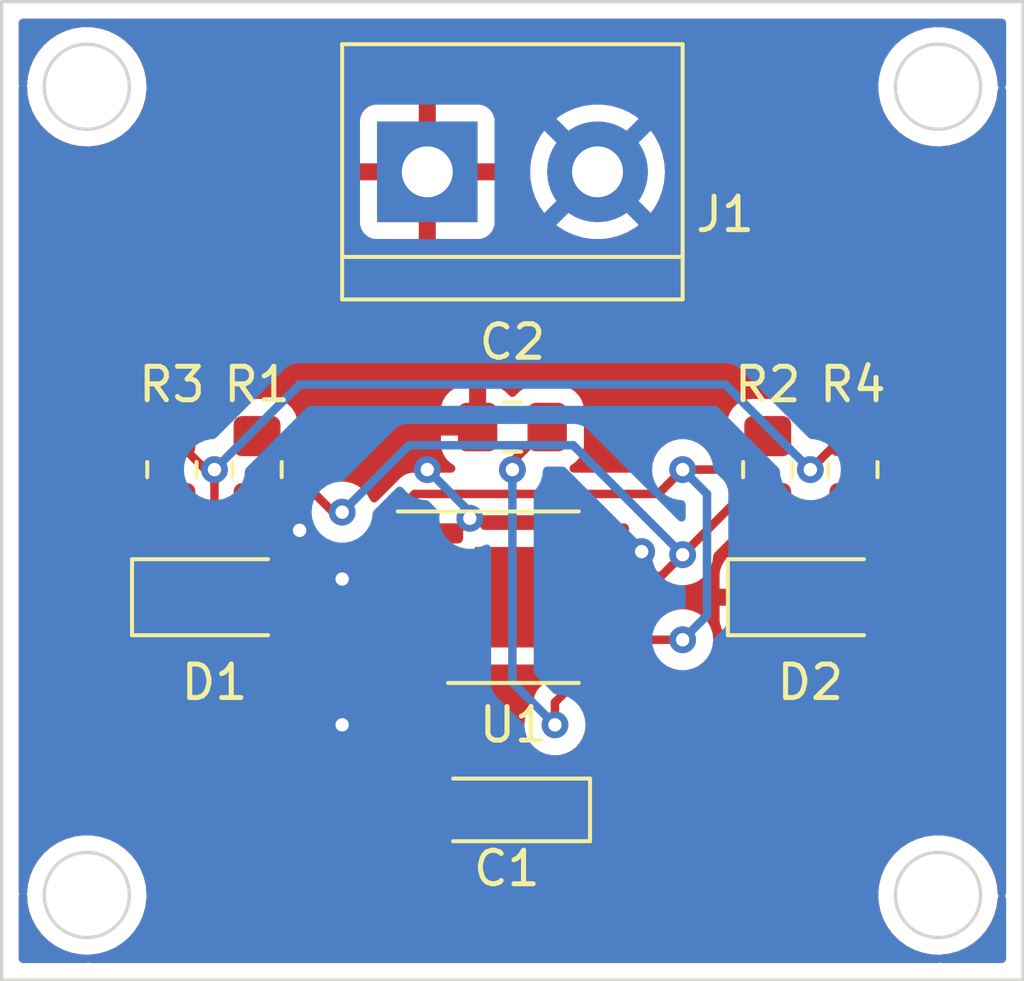
<source format=kicad_pcb>
(kicad_pcb (version 20211014) (generator pcbnew)
  (layers (0 "F.Cu" signal) (31 "B.Cu" signal) (34 "B.Paste" user) (35 "F.Paste" user) (36 "B.SilkS" user "B.Silkscreen") (37 "F.SilkS" user "F.Silkscreen") (38 "B.Mask" user) (39 "F.Mask" user) (44 "Edge.Cuts" user))
  (net 0 "")
  (net 1 "U1 Pin 2")
  (net 2 "GND")
  (net 3 "Net-(C2-Pad1)")
  (net 4 "Net-(D1-Pad1)")
  (net 5 "+9V")
  (net 6 "Net-(R1-Pad2)")
  (net 7 "U1 Pin 3")
  (net 8 "Net-(D2-Pad2)")
  (footprint "LED_SMD:LED_1206_3216Metric_Pad1.42x1.75mm_HandSolder" (layer "F.Cu") (at 166.37 93.98)
    (fp_text reference "D2" (at 0 2.54) (layer "F.SilkS"))
    (fp_text value "LED")
    (fp_line (start 1.6 -1.135) (end -2.46 -1.135) (layer "F.SilkS") (width 0.12))
    (fp_line (start -2.46 1.135) (end 1.6 1.135) (layer "F.SilkS") (width 0.12))
    (fp_line (start -2.46 -1.135) (end -2.46 1.135) (layer "F.SilkS") (width 0.12))
    (pad "1" smd roundrect (at -1.4875 0) (size 1.425 1.75) (layers "F.Cu" "F.Paste" "F.Mask") (roundrect_rratio 0.175439) (net 2 "GND"))
    (pad "2" smd roundrect (at 1.4875 0) (size 1.425 1.75) (layers "F.Cu" "F.Paste" "F.Mask") (roundrect_rratio 0.175439) (net 8 "Net-(D2-Pad2)"))
  )
  (footprint "Resistor_SMD:R_0805_2012Metric_Pad1.20x1.40mm_HandSolder" (layer "F.Cu") (at 167.64 90.17 -90)
    (fp_text reference "R4" (at -2.54 0 180) (layer "F.SilkS"))
    (fp_text value "1K")
    (fp_line (start -0.227064 0.735) (end 0.227064 0.735) (layer "F.SilkS") (width 0.12))
    (fp_line (start -0.227064 -0.735) (end 0.227064 -0.735) (layer "F.SilkS") (width 0.12))
    (pad "1" smd roundrect (at -1 0 270) (size 1.2 1.4) (layers "F.Cu" "F.Paste" "F.Mask") (roundrect_rratio 0.208333) (net 7 "U1 Pin 3"))
    (pad "2" smd roundrect (at 1 0 270) (size 1.2 1.4) (layers "F.Cu" "F.Paste" "F.Mask") (roundrect_rratio 0.208333) (net 8 "Net-(D2-Pad2)"))
  )
  (footprint "Resistor_SMD:R_0805_2012Metric_Pad1.20x1.40mm_HandSolder" (layer "F.Cu") (at 147.32 90.17 90)
    (fp_text reference "R3" (at 2.54 0 180) (layer "F.SilkS"))
    (fp_text value "1K")
    (fp_line (start -0.227064 -0.735) (end 0.227064 -0.735) (layer "F.SilkS") (width 0.12))
    (fp_line (start -0.227064 0.735) (end 0.227064 0.735) (layer "F.SilkS") (width 0.12))
    (pad "1" smd roundrect (at -1 0 90) (size 1.2 1.4) (layers "F.Cu" "F.Paste" "F.Mask") (roundrect_rratio 0.208333) (net 4 "Net-(D1-Pad1)"))
    (pad "2" smd roundrect (at 1 0 90) (size 1.2 1.4) (layers "F.Cu" "F.Paste" "F.Mask") (roundrect_rratio 0.208333) (net 7 "U1 Pin 3"))
  )
  (footprint "Resistor_SMD:R_0805_2012Metric_Pad1.20x1.40mm_HandSolder" (layer "F.Cu") (at 149.86 90.17 90)
    (fp_text reference "R1" (at 2.54 0 180) (layer "F.SilkS"))
    (fp_text value "1K")
    (fp_line (start -0.227064 -0.735) (end 0.227064 -0.735) (layer "F.SilkS") (width 0.12))
    (fp_line (start -0.227064 0.735) (end 0.227064 0.735) (layer "F.SilkS") (width 0.12))
    (pad "1" smd roundrect (at -1 0 90) (size 1.2 1.4) (layers "F.Cu" "F.Paste" "F.Mask") (roundrect_rratio 0.208333) (net 5 "+9V"))
    (pad "2" smd roundrect (at 1 0 90) (size 1.2 1.4) (layers "F.Cu" "F.Paste" "F.Mask") (roundrect_rratio 0.208333) (net 6 "Net-(R1-Pad2)"))
  )
  (footprint "Capacitor_SMD:C_0805_2012Metric_Pad1.18x1.45mm_HandSolder" (layer "F.Cu") (at 157.48 88.9 180)
    (fp_text reference "C2" (at 0 2.54) (layer "F.SilkS"))
    (fp_text value "0.01uF")
    (fp_line (start -0.261252 -0.735) (end 0.261252 -0.735) (layer "F.SilkS") (width 0.12))
    (fp_line (start -0.261252 0.735) (end 0.261252 0.735) (layer "F.SilkS") (width 0.12))
    (pad "1" smd roundrect (at -1.0375 0 180) (size 1.175 1.45) (layers "F.Cu" "F.Paste" "F.Mask") (roundrect_rratio 0.212766) (net 3 "Net-(C2-Pad1)"))
    (pad "2" smd roundrect (at 1.0375 0 180) (size 1.175 1.45) (layers "F.Cu" "F.Paste" "F.Mask") (roundrect_rratio 0.212766) (net 2 "GND"))
  )
  (footprint "Capacitor_Tantalum_SMD:CP_EIA-3216-18_Kemet-A_Pad1.58x1.35mm_HandSolder" (layer "F.Cu") (at 157.3125 100.33 180)
    (fp_text reference "C1" (at 0 -1.75) (layer "F.SilkS"))
    (fp_text value "10uF")
    (fp_line (start -2.485 0.935) (end 1.6 0.935) (layer "F.SilkS") (width 0.12))
    (fp_line (start -2.485 -0.935) (end -2.485 0.935) (layer "F.SilkS") (width 0.12))
    (fp_line (start 1.6 -0.935) (end -2.485 -0.935) (layer "F.SilkS") (width 0.12))
    (pad "1" smd roundrect (at -1.4375 0 180) (size 1.575 1.35) (layers "F.Cu" "F.Paste" "F.Mask") (roundrect_rratio 0.185185) (net 1 "U1 Pin 2"))
    (pad "2" smd roundrect (at 1.4375 0 180) (size 1.575 1.35) (layers "F.Cu" "F.Paste" "F.Mask") (roundrect_rratio 0.185185) (net 2 "GND"))
  )
  (footprint "Package_SO:SOIC-8-1EP_3.9x4.9mm_P1.27mm_EP2.29x3mm" (layer "F.Cu") (at 157.51 93.98)
    (fp_text reference "U1" (at 0 3.81) (layer "F.SilkS"))
    (fp_text value "NE555D")
    (fp_line (start 0 2.56) (end -1.95 2.56) (layer "F.SilkS") (width 0.12))
    (fp_line (start 0 -2.56) (end -3.45 -2.56) (layer "F.SilkS") (width 0.12))
    (fp_line (start 0 -2.56) (end 1.95 -2.56) (layer "F.SilkS") (width 0.12))
    (fp_line (start 0 2.56) (end 1.95 2.56) (layer "F.SilkS") (width 0.12))
    (pad "1" smd roundrect (at -2.475 -1.905) (size 1.95 0.6) (layers "F.Cu" "F.Paste" "F.Mask") (net 2 "GND"))
    (pad "2" smd roundrect (at -2.475 -0.635) (size 1.95 0.6) (layers "F.Cu" "F.Paste" "F.Mask") (net 1 "U1 Pin 2"))
    (pad "3" smd roundrect (at -2.475 0.635) (size 1.95 0.6) (layers "F.Cu" "F.Paste" "F.Mask") (net 7 "U1 Pin 3"))
    (pad "4" smd roundrect (at -2.475 1.905) (size 1.95 0.6) (layers "F.Cu" "F.Paste" "F.Mask") (net 5 "+9V"))
    (pad "5" smd roundrect (at 2.475 1.905) (size 1.95 0.6) (layers "F.Cu" "F.Paste" "F.Mask") (net 3 "Net-(C2-Pad1)"))
    (pad "6" smd roundrect (at 2.475 0.635) (size 1.95 0.6) (layers "F.Cu" "F.Paste" "F.Mask") (net 1 "U1 Pin 2"))
    (pad "7" smd roundrect (at 2.475 -0.635) (size 1.95 0.6) (layers "F.Cu" "F.Paste" "F.Mask") (net 6 "Net-(R1-Pad2)"))
    (pad "8" smd roundrect (at 2.475 -1.905) (size 1.95 0.6) (layers "F.Cu" "F.Paste" "F.Mask") (net 5 "+9V"))
    (pad "9" smd rect (at 0 0) (size 2.29 3) (layers "F.Cu" "F.Mask"))
  )
  (footprint "Resistor_SMD:R_0805_2012Metric_Pad1.20x1.40mm_HandSolder" (layer "F.Cu") (at 165.1 90.17 90)
    (fp_text reference "R2" (at 2.54 0 180) (layer "F.SilkS"))
    (fp_text value "10K")
    (fp_line (start -0.227064 0.735) (end 0.227064 0.735) (layer "F.SilkS") (width 0.12))
    (fp_line (start -0.227064 -0.735) (end 0.227064 -0.735) (layer "F.SilkS") (width 0.12))
    (pad "1" smd roundrect (at -1 0 90) (size 1.2 1.4) (layers "F.Cu" "F.Paste" "F.Mask") (roundrect_rratio 0.208333) (net 6 "Net-(R1-Pad2)"))
    (pad "2" smd roundrect (at 1 0 90) (size 1.2 1.4) (layers "F.Cu" "F.Paste" "F.Mask") (roundrect_rratio 0.208333) (net 1 "U1 Pin 2"))
  )
  (footprint "TerminalBlock:TerminalBlock_bornier-2_P5.08mm" (layer "F.Cu") (at 154.94 81.28)
    (fp_text reference "J1" (at 8.89 1.27) (layer "F.SilkS"))
    (fp_text value "Conn_01x02_Male")
    (fp_line (start 7.62 -3.81) (end -2.54 -3.81) (layer "F.SilkS") (width 0.12))
    (fp_line (start 7.62 2.54) (end -2.54 2.54) (layer "F.SilkS") (width 0.12))
    (fp_line (start -2.54 -3.81) (end -2.54 3.81) (layer "F.SilkS") (width 0.12))
    (fp_line (start 7.62 3.81) (end 7.62 -3.81) (layer "F.SilkS") (width 0.12))
    (fp_line (start -2.54 3.81) (end 7.62 3.81) (layer "F.SilkS") (width 0.12))
    (pad "1" thru_hole rect (at 0 0) (size 3 3) (drill 1.52) (layers *.Cu *.Mask) (net 2 "GND"))
    (pad "2" thru_hole circle (at 5.08 0) (size 3 3) (drill 1.52) (layers *.Cu *.Mask) (net 5 "+9V"))
  )
  (footprint "LED_SMD:LED_1206_3216Metric_Pad1.42x1.75mm_HandSolder" (layer "F.Cu") (at 148.59 93.98)
    (fp_text reference "D1" (at 0 2.54) (layer "F.SilkS"))
    (fp_text value "LED")
    (fp_line (start 1.6 -1.135) (end -2.46 -1.135) (layer "F.SilkS") (width 0.12))
    (fp_line (start -2.46 1.135) (end 1.6 1.135) (layer "F.SilkS") (width 0.12))
    (fp_line (start -2.46 -1.135) (end -2.46 1.135) (layer "F.SilkS") (width 0.12))
    (pad "1" smd roundrect (at -1.4875 0) (size 1.425 1.75) (layers "F.Cu" "F.Paste" "F.Mask") (roundrect_rratio 0.175439) (net 4 "Net-(D1-Pad1)"))
    (pad "2" smd roundrect (at 1.4875 0) (size 1.425 1.75) (layers "F.Cu" "F.Paste" "F.Mask") (roundrect_rratio 0.175439) (net 5 "+9V"))
  )
  (gr_rect (start 142.24 76.2) (end 172.72 105.41) (layer "Edge.Cuts") (width 0.1) (fill none))
  (gr_circle (center 170.18 78.74) (end 168.91 78.74) (layer "Edge.Cuts") (width 0.1) (fill none))
  (gr_circle (center 144.78 102.87) (end 143.51 102.87) (layer "Edge.Cuts") (width 0.1) (fill none))
  (gr_circle (center 170.18 102.87) (end 171.45 102.87) (layer "Edge.Cuts") (width 0.1) (fill none))
  (gr_circle (center 144.78 78.74) (end 143.51 78.74) (layer "Edge.Cuts") (width 0.1) (fill none))
  (segment (start 164.1 90.17) (end 165.1 89.17) (width 0.254) (layer "F.Cu") (net 1))
  (segment (start 161.29 97.79) (end 158.75 100.33) (width 0.254) (layer "F.Cu") (net 1))
  (segment (start 161.58042 95.25) (end 162.56 95.25) (width 0.254) (layer "F.Cu") (net 1))
  (segment (start 159.985 94.615) (end 160.36458 94.615) (width 0.254) (layer "F.Cu") (net 1))
  (segment (start 154.56342 90.897) (end 153.67 91.79042) (width 0.254) (layer "F.Cu") (net 1))
  (segment (start 160.36458 94.615) (end 161.29 95.54042) (width 0.254) (layer "F.Cu") (net 1))
  (segment (start 154.027472 93.345) (end 155.035 93.345) (width 0.254) (layer "F.Cu") (net 1))
  (segment (start 153.67 92.987528) (end 154.027472 93.345) (width 0.254) (layer "F.Cu") (net 1))
  (segment (start 153.67 91.79042) (end 153.67 92.987528) (width 0.254) (layer "F.Cu") (net 1))
  (segment (start 162.56 90.17) (end 161.833 90.897) (width 0.254) (layer "F.Cu") (net 1))
  (segment (start 161.29 95.54042) (end 161.58042 95.25) (width 0.254) (layer "F.Cu") (net 1))
  (segment (start 161.29 95.54042) (end 161.29 97.79) (width 0.254) (layer "F.Cu") (net 1))
  (segment (start 162.56 90.17) (end 164.1 90.17) (width 0.254) (layer "F.Cu") (net 1))
  (segment (start 161.833 90.897) (end 154.56342 90.897) (width 0.254) (layer "F.Cu") (net 1))
  (via (at 162.56 95.25) (size 0.8) (drill 0.4) (layers "F.Cu" "B.Cu") (net 1))
  (via (at 162.56 90.17) (size 0.8) (drill 0.4) (layers "F.Cu" "B.Cu") (net 1))
  (segment (start 163.287 90.897) (end 162.56 90.17) (width 0.254) (layer "B.Cu") (net 1))
  (segment (start 163.287 94.523) (end 163.287 90.897) (width 0.254) (layer "B.Cu") (net 1))
  (segment (start 162.56 95.25) (end 163.287 94.523) (width 0.254) (layer "B.Cu") (net 1))
  (segment (start 155.035 92.075) (end 155.7585 92.075) (width 0.254) (layer "F.Cu") (net 2))
  (segment (start 155.7585 92.075) (end 156.21 91.6235) (width 0.254) (layer "F.Cu") (net 2))
  (via (at 154.94 90.17) (size 0.8) (drill 0.4) (layers "F.Cu" "B.Cu") (net 2))
  (via (at 156.21 91.6235) (size 0.8) (drill 0.4) (layers "F.Cu" "B.Cu") (net 2))
  (segment (start 156.21 91.44) (end 154.94 90.17) (width 0.254) (layer "B.Cu") (net 2))
  (segment (start 156.21 91.6235) (end 156.21 91.44) (width 0.254) (layer "B.Cu") (net 2))
  (segment (start 157.48 89.9375) (end 158.5175 88.9) (width 0.254) (layer "F.Cu") (net 3))
  (segment (start 158.75 97.79) (end 158.75 97.12) (width 0.254) (layer "F.Cu") (net 3))
  (segment (start 157.48 90.1705) (end 157.48 89.9375) (width 0.254) (layer "F.Cu") (net 3))
  (segment (start 158.75 97.12) (end 159.985 95.885) (width 0.254) (layer "F.Cu") (net 3))
  (via (at 158.75 97.79) (size 0.8) (drill 0.4) (layers "F.Cu" "B.Cu") (net 3))
  (via (at 157.48 90.1705) (size 0.8) (drill 0.4) (layers "F.Cu" "B.Cu") (net 3))
  (segment (start 157.48 96.52) (end 158.75 97.79) (width 0.254) (layer "B.Cu") (net 3))
  (segment (start 157.48 90.1705) (end 157.48 96.52) (width 0.254) (layer "B.Cu") (net 3))
  (segment (start 147.1025 91.3875) (end 147.32 91.17) (width 0.254) (layer "F.Cu") (net 4))
  (segment (start 147.1025 93.98) (end 147.1025 91.3875) (width 0.254) (layer "F.Cu") (net 4))
  (segment (start 155.035 95.885) (end 154.305 95.885) (width 0.254) (layer "F.Cu") (net 5))
  (segment (start 150.621 93.4365) (end 152.4 93.4365) (width 0.254) (layer "F.Cu") (net 5))
  (segment (start 150.0775 93.98) (end 150.621 93.4365) (width 0.254) (layer "F.Cu") (net 5))
  (segment (start 149.86 91.17) (end 150.3165 91.17) (width 0.254) (layer "F.Cu") (net 5))
  (segment (start 160.793724 92.075) (end 161.337224 92.6185) (width 0.254) (layer "F.Cu") (net 5))
  (segment (start 154.305 95.885) (end 152.4 97.79) (width 0.254) (layer "F.Cu") (net 5))
  (segment (start 159.985 92.075) (end 160.793724 92.075) (width 0.254) (layer "F.Cu") (net 5))
  (segment (start 150.3165 91.17) (end 151.13 91.9835) (width 0.254) (layer "F.Cu") (net 5))
  (via (at 152.4 93.4365) (size 0.8) (drill 0.4) (layers "F.Cu" "B.Cu") (net 5))
  (via (at 152.4 97.79) (size 0.8) (drill 0.4) (layers "F.Cu" "B.Cu") (net 5))
  (via (at 161.337224 92.6185) (size 0.8) (drill 0.4) (layers "F.Cu" "B.Cu") (net 5))
  (via (at 151.13 91.9835) (size 0.8) (drill 0.4) (layers "F.Cu" "B.Cu") (net 5))
  (segment (start 152.13 91.44) (end 149.86 89.17) (width 0.254) (layer "F.Cu") (net 6))
  (segment (start 162.56 92.71) (end 164.1 91.17) (width 0.254) (layer "F.Cu") (net 6))
  (segment (start 152.4 91.44) (end 152.13 91.44) (width 0.254) (layer "F.Cu") (net 6))
  (segment (start 161.925 93.345) (end 162.56 92.71) (width 0.254) (layer "F.Cu") (net 6))
  (segment (start 159.985 93.345) (end 161.925 93.345) (width 0.254) (layer "F.Cu") (net 6))
  (segment (start 164.1 91.17) (end 165.1 91.17) (width 0.254) (layer "F.Cu") (net 6))
  (via (at 152.4 91.44) (size 0.8) (drill 0.4) (layers "F.Cu" "B.Cu") (net 6))
  (via (at 162.56 92.71) (size 0.8) (drill 0.4) (layers "F.Cu" "B.Cu") (net 6))
  (segment (start 154.3965 89.4435) (end 159.2935 89.4435) (width 0.254) (layer "B.Cu") (net 6))
  (segment (start 152.4 91.44) (end 154.3965 89.4435) (width 0.254) (layer "B.Cu") (net 6))
  (segment (start 159.2935 89.4435) (end 162.56 92.71) (width 0.254) (layer "B.Cu") (net 6))
  (segment (start 149.783999 92.71) (end 152.75042 92.71) (width 0.254) (layer "F.Cu") (net 7))
  (segment (start 154.65542 94.615) (end 155.035 94.615) (width 0.254) (layer "F.Cu") (net 7))
  (segment (start 148.59 91.516001) (end 149.783999 92.71) (width 0.254) (layer "F.Cu") (net 7))
  (segment (start 148.32 90.17) (end 147.32 89.17) (width 0.254) (layer "F.Cu") (net 7))
  (segment (start 148.59 90.17) (end 148.59 91.516001) (width 0.254) (layer "F.Cu") (net 7))
  (segment (start 152.75042 92.71) (end 154.65542 94.615) (width 0.254) (layer "F.Cu") (net 7))
  (segment (start 148.59 90.17) (end 148.32 90.17) (width 0.254) (layer "F.Cu") (net 7))
  (segment (start 167.37 89.17) (end 166.37 90.17) (width 0.254) (layer "F.Cu") (net 7))
  (segment (start 167.64 89.17) (end 167.37 89.17) (width 0.254) (layer "F.Cu") (net 7))
  (via (at 148.59 90.17) (size 0.8) (drill 0.4) (layers "F.Cu" "B.Cu") (net 7))
  (via (at 166.37 90.17) (size 0.8) (drill 0.4) (layers "F.Cu" "B.Cu") (net 7))
  (segment (start 151.13 87.63) (end 148.59 90.17) (width 0.254) (layer "B.Cu") (net 7))
  (segment (start 163.83 87.63) (end 151.13 87.63) (width 0.254) (layer "B.Cu") (net 7))
  (segment (start 166.37 90.17) (end 163.83 87.63) (width 0.254) (layer "B.Cu") (net 7))
  (segment (start 167.8575 91.3875) (end 167.64 91.17) (width 0.254) (layer "F.Cu") (net 8))
  (segment (start 167.8575 93.98) (end 167.8575 91.3875) (width 0.254) (layer "F.Cu") (net 8))
  (zone (net 2) (net_name "GND") (layer "F.Cu") (connect_pads (clearance 0.508)) (min_thickness 0.254) (fill yes (thermal_gap 0.508) (thermal_bridge_width 0.508))
    (polygon (pts (xy 172.72 105.41) (xy 142.24 105.41) (xy 142.24 76.2) (xy 172.72 76.2)))
  )
  (zone (net 5) (net_name "+9V") (layer "B.Cu") (connect_pads (clearance 0.508)) (min_thickness 0.254) (fill yes (thermal_gap 0.508) (thermal_bridge_width 0.508))
    (polygon (pts (xy 172.72 105.41) (xy 142.24 105.41) (xy 142.24 76.2) (xy 172.72 76.2)))
  )
)
</source>
